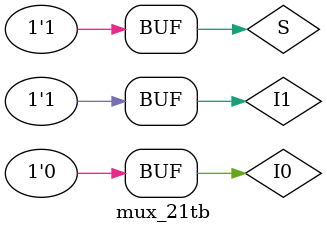
<source format=v>
module mux_21 (
               input i0,i1,
               input s,
               output y0,y1,y3,
               output reg y2
);

wire l,m;

assign y0= ( (~s & i0) | (s&i1) );          //dataflow modelling

assign y1=s?i1:i0;                          //using conditional operator

always @(*)                                      // behavioral modelling 
begin
    case (s)
        1'b0: begin y2=i0;  end

        1'b1: begin y2=i1;  end 
        
        default: y2=1'b0; 
    endcase
end

and a1(l,~s,i0);                           //structural modeling
and a2(m,s,i1);
or a3(y3,l,m);
    
endmodule

module  mux_21tb;

wire Y0,Y1,Y2,Y3;
reg I0,I1,S;

mux_21 dut (
               .i0(I0), .i1(I1),
               .s(S),
               .y0(Y0),.y1(Y1), .y3(Y3),
               .y2(Y2)
);

initial
begin
    
   
    I0=0; I1=1; 
    #100 S=0;
    #100 S=1;

end
    
endmodule

</source>
